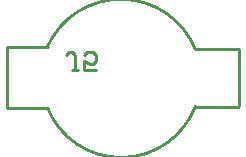
<source format=gbr>
%TF.GenerationSoftware,Altium Limited,Altium Designer,22.5.1 (42)*%
G04 Layer_Color=16711935*
%FSLAX45Y45*%
%MOMM*%
%TF.SameCoordinates,BCC7A4F8-9605-4868-ACEC-D28EECC8EA53*%
%TF.FilePolarity,Positive*%
%TF.FileFunction,Other,Mechanical_29*%
%TF.Part,Single*%
G01*
G75*
%TA.AperFunction,NonConductor*%
%ADD111C,0.25400*%
D111*
X7012470Y8055550D02*
G03*
X8262470Y8065550I623024J252036D01*
G01*
X8262471Y8555550D02*
G03*
X7012470Y8575550I-629328J-260468D01*
G01*
X6672470D02*
X7012470D01*
X6672470D02*
X6672470Y8055550D01*
X7012470D01*
X8262470Y8555550D02*
X8612470D01*
X8632470D01*
X8262470Y8065550D02*
X8622470D01*
X8632470Y8075550D02*
Y8555550D01*
X8622470Y8065550D02*
X8632470Y8075550D01*
X7269437Y8377799D02*
X7218654D01*
X7244045D01*
Y8504758D01*
X7218654Y8530150D01*
X7193262D01*
X7167870Y8504758D01*
X7421788Y8377799D02*
X7320221D01*
Y8453975D01*
X7371004Y8428583D01*
X7396396D01*
X7421788Y8453975D01*
Y8504758D01*
X7396396Y8530150D01*
X7345613D01*
X7320221Y8504758D01*
%TF.MD5,328692ea93d75656682dab67ba121578*%
M02*

</source>
